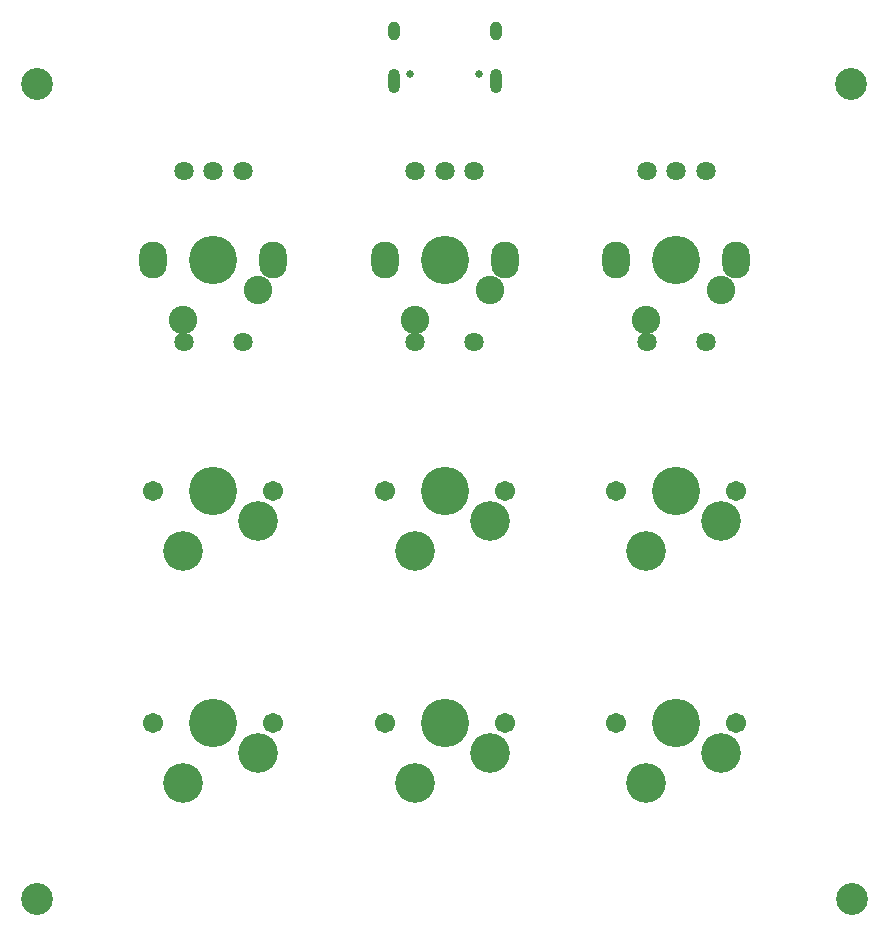
<source format=gts>
G04 #@! TF.GenerationSoftware,KiCad,Pcbnew,(6.0.1)*
G04 #@! TF.CreationDate,2022-06-28T21:47:16+02:00*
G04 #@! TF.ProjectId,RecyclingPad_embedded,52656379-636c-4696-9e67-5061645f656d,rev?*
G04 #@! TF.SameCoordinates,Original*
G04 #@! TF.FileFunction,Soldermask,Top*
G04 #@! TF.FilePolarity,Negative*
%FSLAX46Y46*%
G04 Gerber Fmt 4.6, Leading zero omitted, Abs format (unit mm)*
G04 Created by KiCad (PCBNEW (6.0.1)) date 2022-06-28 21:47:16*
%MOMM*%
%LPD*%
G01*
G04 APERTURE LIST*
%ADD10C,4.089400*%
%ADD11O,2.327000X3.127000*%
%ADD12C,1.627000*%
%ADD13C,2.413000*%
%ADD14C,1.706881*%
%ADD15C,3.352800*%
%ADD16C,2.700000*%
%ADD17C,0.650000*%
%ADD18O,1.000000X1.600000*%
%ADD19O,1.000000X2.100000*%
G04 APERTURE END LIST*
D10*
X169600000Y-80400000D03*
D11*
X174680000Y-80400000D03*
X164520000Y-80400000D03*
D12*
X172100000Y-72900000D03*
X167100000Y-72900000D03*
X169600000Y-72900000D03*
X172100000Y-87400000D03*
X167100000Y-87400000D03*
D13*
X173410000Y-82940000D03*
X167060000Y-85480000D03*
D10*
X130400000Y-80400000D03*
D11*
X135480000Y-80400000D03*
X125320000Y-80400000D03*
D12*
X132900000Y-72900000D03*
X127900000Y-72900000D03*
X130400000Y-72900000D03*
X132900000Y-87400000D03*
X127900000Y-87400000D03*
D13*
X134210000Y-82940000D03*
X127860000Y-85480000D03*
D10*
X150000000Y-80400000D03*
D11*
X155080000Y-80400000D03*
X144920000Y-80400000D03*
D12*
X152500000Y-72900000D03*
X147500000Y-72900000D03*
X150000000Y-72900000D03*
X152500000Y-87400000D03*
X147500000Y-87400000D03*
D13*
X153810000Y-82940000D03*
X147460000Y-85480000D03*
D14*
X135480000Y-100000000D03*
X125320000Y-100000000D03*
D10*
X130400000Y-100000000D03*
D15*
X134210000Y-102540000D03*
X127860000Y-105080000D03*
D14*
X135480000Y-119600000D03*
X125320000Y-119600000D03*
D10*
X130400000Y-119600000D03*
D15*
X134210000Y-122140000D03*
X127860000Y-124680000D03*
D14*
X174680000Y-119600000D03*
X164520000Y-119600000D03*
D10*
X169600000Y-119600000D03*
D15*
X173410000Y-122140000D03*
X167060000Y-124680000D03*
D14*
X174680000Y-100000000D03*
X164520000Y-100000000D03*
D10*
X169600000Y-100000000D03*
D15*
X173410000Y-102540000D03*
X167060000Y-105080000D03*
D14*
X155080000Y-100000000D03*
X144920000Y-100000000D03*
D10*
X150000000Y-100000000D03*
D15*
X153810000Y-102540000D03*
X147460000Y-105080000D03*
D14*
X155080000Y-119600000D03*
X144920000Y-119600000D03*
D10*
X150000000Y-119600000D03*
D15*
X153810000Y-122140000D03*
X147460000Y-124680000D03*
D16*
X115500000Y-134500000D03*
X184500000Y-134500000D03*
X184400000Y-65500000D03*
X115500000Y-65500000D03*
D17*
X147110000Y-64700000D03*
X152890000Y-64700000D03*
D18*
X154320000Y-61050000D03*
D19*
X154320000Y-65230000D03*
D18*
X145680000Y-61050000D03*
D19*
X145680000Y-65230000D03*
M02*

</source>
